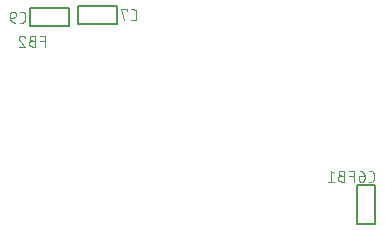
<source format=gbo>
G04 EAGLE Gerber RS-274X export*
G75*
%MOMM*%
%FSLAX34Y34*%
%LPD*%
%INSilkscreen Bottom*%
%IPPOS*%
%AMOC8*
5,1,8,0,0,1.08239X$1,22.5*%
G01*
%ADD10C,0.127000*%
%ADD11C,0.101600*%


D10*
X593408Y240665D02*
X593408Y273685D01*
X578168Y273685D01*
X578168Y272415D01*
X578168Y240665D01*
X593408Y240665D01*
D11*
X589915Y276098D02*
X587883Y276098D01*
X589915Y276098D02*
X590004Y276100D01*
X590092Y276106D01*
X590180Y276115D01*
X590268Y276129D01*
X590355Y276146D01*
X590441Y276167D01*
X590526Y276192D01*
X590610Y276221D01*
X590693Y276253D01*
X590774Y276288D01*
X590853Y276328D01*
X590931Y276370D01*
X591007Y276416D01*
X591081Y276465D01*
X591152Y276518D01*
X591221Y276573D01*
X591288Y276632D01*
X591352Y276693D01*
X591413Y276757D01*
X591472Y276824D01*
X591527Y276893D01*
X591580Y276964D01*
X591629Y277038D01*
X591675Y277114D01*
X591717Y277192D01*
X591757Y277271D01*
X591792Y277352D01*
X591824Y277435D01*
X591853Y277519D01*
X591878Y277604D01*
X591899Y277690D01*
X591916Y277777D01*
X591930Y277865D01*
X591939Y277953D01*
X591945Y278041D01*
X591947Y278130D01*
X591947Y283210D01*
X591945Y283299D01*
X591939Y283387D01*
X591930Y283475D01*
X591916Y283563D01*
X591899Y283650D01*
X591878Y283736D01*
X591853Y283821D01*
X591824Y283905D01*
X591792Y283988D01*
X591757Y284069D01*
X591717Y284148D01*
X591675Y284226D01*
X591629Y284302D01*
X591580Y284376D01*
X591527Y284447D01*
X591472Y284516D01*
X591413Y284583D01*
X591352Y284647D01*
X591288Y284708D01*
X591221Y284767D01*
X591152Y284822D01*
X591081Y284875D01*
X591007Y284924D01*
X590931Y284970D01*
X590853Y285012D01*
X590774Y285052D01*
X590693Y285087D01*
X590610Y285119D01*
X590526Y285148D01*
X590441Y285173D01*
X590355Y285194D01*
X590268Y285211D01*
X590180Y285225D01*
X590092Y285234D01*
X590004Y285240D01*
X589915Y285242D01*
X587883Y285242D01*
X584297Y281178D02*
X581249Y281178D01*
X581160Y281176D01*
X581072Y281170D01*
X580984Y281161D01*
X580896Y281147D01*
X580809Y281130D01*
X580723Y281109D01*
X580638Y281084D01*
X580554Y281055D01*
X580471Y281023D01*
X580390Y280988D01*
X580311Y280948D01*
X580233Y280906D01*
X580157Y280860D01*
X580083Y280811D01*
X580012Y280758D01*
X579943Y280703D01*
X579876Y280644D01*
X579812Y280583D01*
X579751Y280519D01*
X579692Y280452D01*
X579637Y280383D01*
X579584Y280312D01*
X579535Y280238D01*
X579489Y280162D01*
X579447Y280084D01*
X579407Y280005D01*
X579372Y279924D01*
X579340Y279841D01*
X579311Y279757D01*
X579286Y279672D01*
X579265Y279586D01*
X579248Y279499D01*
X579234Y279411D01*
X579225Y279323D01*
X579219Y279235D01*
X579217Y279146D01*
X579217Y278638D01*
X579219Y278538D01*
X579225Y278439D01*
X579235Y278339D01*
X579248Y278241D01*
X579266Y278142D01*
X579287Y278045D01*
X579312Y277949D01*
X579341Y277853D01*
X579374Y277759D01*
X579410Y277666D01*
X579450Y277575D01*
X579494Y277485D01*
X579541Y277397D01*
X579591Y277311D01*
X579645Y277227D01*
X579702Y277145D01*
X579762Y277066D01*
X579826Y276988D01*
X579892Y276914D01*
X579961Y276842D01*
X580033Y276773D01*
X580107Y276707D01*
X580185Y276643D01*
X580264Y276583D01*
X580346Y276526D01*
X580430Y276472D01*
X580516Y276422D01*
X580604Y276375D01*
X580694Y276331D01*
X580785Y276291D01*
X580878Y276255D01*
X580972Y276222D01*
X581068Y276193D01*
X581164Y276168D01*
X581261Y276147D01*
X581360Y276129D01*
X581458Y276116D01*
X581558Y276106D01*
X581657Y276100D01*
X581757Y276098D01*
X581857Y276100D01*
X581956Y276106D01*
X582056Y276116D01*
X582154Y276129D01*
X582253Y276147D01*
X582350Y276168D01*
X582446Y276193D01*
X582542Y276222D01*
X582636Y276255D01*
X582729Y276291D01*
X582820Y276331D01*
X582910Y276375D01*
X582998Y276422D01*
X583084Y276472D01*
X583168Y276526D01*
X583250Y276583D01*
X583329Y276643D01*
X583407Y276707D01*
X583481Y276773D01*
X583553Y276842D01*
X583622Y276914D01*
X583688Y276988D01*
X583752Y277066D01*
X583812Y277145D01*
X583869Y277227D01*
X583923Y277311D01*
X583973Y277397D01*
X584020Y277485D01*
X584064Y277575D01*
X584104Y277666D01*
X584140Y277759D01*
X584173Y277853D01*
X584202Y277949D01*
X584227Y278045D01*
X584248Y278142D01*
X584266Y278241D01*
X584279Y278339D01*
X584289Y278439D01*
X584295Y278538D01*
X584297Y278638D01*
X584297Y281178D01*
X584295Y281303D01*
X584289Y281428D01*
X584280Y281553D01*
X584266Y281677D01*
X584249Y281801D01*
X584228Y281925D01*
X584203Y282047D01*
X584174Y282169D01*
X584142Y282290D01*
X584106Y282410D01*
X584066Y282529D01*
X584023Y282646D01*
X583976Y282762D01*
X583925Y282877D01*
X583871Y282989D01*
X583813Y283101D01*
X583753Y283210D01*
X583688Y283317D01*
X583621Y283423D01*
X583550Y283526D01*
X583476Y283627D01*
X583399Y283726D01*
X583319Y283822D01*
X583236Y283916D01*
X583151Y284007D01*
X583062Y284096D01*
X582971Y284181D01*
X582877Y284264D01*
X582781Y284344D01*
X582682Y284421D01*
X582581Y284495D01*
X582478Y284566D01*
X582372Y284633D01*
X582265Y284698D01*
X582156Y284758D01*
X582044Y284816D01*
X581932Y284870D01*
X581817Y284921D01*
X581701Y284968D01*
X581584Y285011D01*
X581465Y285051D01*
X581345Y285087D01*
X581224Y285119D01*
X581102Y285148D01*
X580980Y285173D01*
X580856Y285194D01*
X580732Y285211D01*
X580608Y285225D01*
X580483Y285234D01*
X580358Y285240D01*
X580233Y285242D01*
X575120Y285560D02*
X575120Y276416D01*
X575120Y285560D02*
X571056Y285560D01*
X571056Y281496D02*
X575120Y281496D01*
X567063Y281496D02*
X564523Y281496D01*
X564423Y281494D01*
X564324Y281488D01*
X564224Y281478D01*
X564126Y281465D01*
X564027Y281447D01*
X563930Y281426D01*
X563834Y281401D01*
X563738Y281372D01*
X563644Y281339D01*
X563551Y281303D01*
X563460Y281263D01*
X563370Y281219D01*
X563282Y281172D01*
X563196Y281122D01*
X563112Y281068D01*
X563030Y281011D01*
X562951Y280951D01*
X562873Y280887D01*
X562799Y280821D01*
X562727Y280752D01*
X562658Y280680D01*
X562592Y280606D01*
X562528Y280528D01*
X562468Y280449D01*
X562411Y280367D01*
X562357Y280283D01*
X562307Y280197D01*
X562260Y280109D01*
X562216Y280019D01*
X562176Y279928D01*
X562140Y279835D01*
X562107Y279741D01*
X562078Y279645D01*
X562053Y279549D01*
X562032Y279452D01*
X562014Y279353D01*
X562001Y279255D01*
X561991Y279155D01*
X561985Y279056D01*
X561983Y278956D01*
X561985Y278856D01*
X561991Y278757D01*
X562001Y278657D01*
X562014Y278559D01*
X562032Y278460D01*
X562053Y278363D01*
X562078Y278267D01*
X562107Y278171D01*
X562140Y278077D01*
X562176Y277984D01*
X562216Y277893D01*
X562260Y277803D01*
X562307Y277715D01*
X562357Y277629D01*
X562411Y277545D01*
X562468Y277463D01*
X562528Y277384D01*
X562592Y277306D01*
X562658Y277232D01*
X562727Y277160D01*
X562799Y277091D01*
X562873Y277025D01*
X562951Y276961D01*
X563030Y276901D01*
X563112Y276844D01*
X563196Y276790D01*
X563282Y276740D01*
X563370Y276693D01*
X563460Y276649D01*
X563551Y276609D01*
X563644Y276573D01*
X563738Y276540D01*
X563834Y276511D01*
X563930Y276486D01*
X564027Y276465D01*
X564126Y276447D01*
X564224Y276434D01*
X564324Y276424D01*
X564423Y276418D01*
X564523Y276416D01*
X567063Y276416D01*
X567063Y285560D01*
X564523Y285560D01*
X564434Y285558D01*
X564346Y285552D01*
X564258Y285543D01*
X564170Y285529D01*
X564083Y285512D01*
X563997Y285491D01*
X563912Y285466D01*
X563828Y285437D01*
X563745Y285405D01*
X563664Y285370D01*
X563585Y285330D01*
X563507Y285288D01*
X563431Y285242D01*
X563357Y285193D01*
X563286Y285140D01*
X563217Y285085D01*
X563150Y285026D01*
X563086Y284965D01*
X563025Y284901D01*
X562966Y284834D01*
X562911Y284765D01*
X562858Y284694D01*
X562809Y284620D01*
X562763Y284544D01*
X562721Y284466D01*
X562681Y284387D01*
X562646Y284306D01*
X562614Y284223D01*
X562585Y284139D01*
X562560Y284054D01*
X562539Y283968D01*
X562522Y283881D01*
X562508Y283793D01*
X562499Y283705D01*
X562493Y283617D01*
X562491Y283528D01*
X562493Y283439D01*
X562499Y283351D01*
X562508Y283263D01*
X562522Y283175D01*
X562539Y283088D01*
X562560Y283002D01*
X562585Y282917D01*
X562614Y282833D01*
X562646Y282750D01*
X562681Y282669D01*
X562721Y282590D01*
X562763Y282512D01*
X562809Y282436D01*
X562858Y282362D01*
X562911Y282291D01*
X562966Y282222D01*
X563025Y282155D01*
X563086Y282091D01*
X563150Y282030D01*
X563217Y281971D01*
X563286Y281916D01*
X563357Y281863D01*
X563431Y281814D01*
X563507Y281768D01*
X563585Y281726D01*
X563664Y281686D01*
X563745Y281651D01*
X563828Y281619D01*
X563912Y281590D01*
X563997Y281565D01*
X564083Y281544D01*
X564170Y281527D01*
X564258Y281513D01*
X564346Y281504D01*
X564434Y281498D01*
X564523Y281496D01*
X558376Y283528D02*
X555836Y285560D01*
X555836Y276416D01*
X558376Y276416D02*
X553296Y276416D01*
D10*
X374650Y409575D02*
X341630Y409575D01*
X374650Y409575D02*
X374650Y424815D01*
X373380Y424815D01*
X341630Y424815D01*
X341630Y409575D01*
D11*
X386906Y412941D02*
X388938Y412941D01*
X389027Y412943D01*
X389115Y412949D01*
X389203Y412958D01*
X389291Y412972D01*
X389378Y412989D01*
X389464Y413010D01*
X389549Y413035D01*
X389633Y413064D01*
X389716Y413096D01*
X389797Y413131D01*
X389876Y413171D01*
X389954Y413213D01*
X390030Y413259D01*
X390104Y413308D01*
X390175Y413361D01*
X390244Y413416D01*
X390311Y413475D01*
X390375Y413536D01*
X390436Y413600D01*
X390495Y413667D01*
X390550Y413736D01*
X390603Y413807D01*
X390652Y413881D01*
X390698Y413957D01*
X390740Y414035D01*
X390780Y414114D01*
X390815Y414195D01*
X390847Y414278D01*
X390876Y414362D01*
X390901Y414447D01*
X390922Y414533D01*
X390939Y414620D01*
X390953Y414708D01*
X390962Y414796D01*
X390968Y414884D01*
X390970Y414973D01*
X390970Y420053D01*
X390968Y420142D01*
X390962Y420230D01*
X390953Y420318D01*
X390939Y420406D01*
X390922Y420493D01*
X390901Y420579D01*
X390876Y420664D01*
X390847Y420748D01*
X390815Y420831D01*
X390780Y420912D01*
X390740Y420991D01*
X390698Y421069D01*
X390652Y421145D01*
X390603Y421219D01*
X390550Y421290D01*
X390495Y421359D01*
X390436Y421426D01*
X390375Y421490D01*
X390311Y421551D01*
X390244Y421610D01*
X390175Y421665D01*
X390104Y421718D01*
X390030Y421767D01*
X389954Y421813D01*
X389876Y421855D01*
X389797Y421895D01*
X389716Y421930D01*
X389633Y421962D01*
X389549Y421991D01*
X389464Y422016D01*
X389378Y422037D01*
X389291Y422054D01*
X389203Y422068D01*
X389115Y422077D01*
X389027Y422083D01*
X388938Y422085D01*
X386906Y422085D01*
X383320Y422085D02*
X383320Y421069D01*
X383320Y422085D02*
X378240Y422085D01*
X380780Y412941D01*
X313479Y399860D02*
X313479Y390716D01*
X313479Y399860D02*
X309415Y399860D01*
X309415Y395796D02*
X313479Y395796D01*
X305422Y395796D02*
X302882Y395796D01*
X302782Y395794D01*
X302683Y395788D01*
X302583Y395778D01*
X302485Y395765D01*
X302386Y395747D01*
X302289Y395726D01*
X302193Y395701D01*
X302097Y395672D01*
X302003Y395639D01*
X301910Y395603D01*
X301819Y395563D01*
X301729Y395519D01*
X301641Y395472D01*
X301555Y395422D01*
X301471Y395368D01*
X301389Y395311D01*
X301310Y395251D01*
X301232Y395187D01*
X301158Y395121D01*
X301086Y395052D01*
X301017Y394980D01*
X300951Y394906D01*
X300887Y394828D01*
X300827Y394749D01*
X300770Y394667D01*
X300716Y394583D01*
X300666Y394497D01*
X300619Y394409D01*
X300575Y394319D01*
X300535Y394228D01*
X300499Y394135D01*
X300466Y394041D01*
X300437Y393945D01*
X300412Y393849D01*
X300391Y393752D01*
X300373Y393653D01*
X300360Y393555D01*
X300350Y393455D01*
X300344Y393356D01*
X300342Y393256D01*
X300344Y393156D01*
X300350Y393057D01*
X300360Y392957D01*
X300373Y392859D01*
X300391Y392760D01*
X300412Y392663D01*
X300437Y392567D01*
X300466Y392471D01*
X300499Y392377D01*
X300535Y392284D01*
X300575Y392193D01*
X300619Y392103D01*
X300666Y392015D01*
X300716Y391929D01*
X300770Y391845D01*
X300827Y391763D01*
X300887Y391684D01*
X300951Y391606D01*
X301017Y391532D01*
X301086Y391460D01*
X301158Y391391D01*
X301232Y391325D01*
X301310Y391261D01*
X301389Y391201D01*
X301471Y391144D01*
X301555Y391090D01*
X301641Y391040D01*
X301729Y390993D01*
X301819Y390949D01*
X301910Y390909D01*
X302003Y390873D01*
X302097Y390840D01*
X302193Y390811D01*
X302289Y390786D01*
X302386Y390765D01*
X302485Y390747D01*
X302583Y390734D01*
X302683Y390724D01*
X302782Y390718D01*
X302882Y390716D01*
X305422Y390716D01*
X305422Y399860D01*
X302882Y399860D01*
X302793Y399858D01*
X302705Y399852D01*
X302617Y399843D01*
X302529Y399829D01*
X302442Y399812D01*
X302356Y399791D01*
X302271Y399766D01*
X302187Y399737D01*
X302104Y399705D01*
X302023Y399670D01*
X301944Y399630D01*
X301866Y399588D01*
X301790Y399542D01*
X301716Y399493D01*
X301645Y399440D01*
X301576Y399385D01*
X301509Y399326D01*
X301445Y399265D01*
X301384Y399201D01*
X301325Y399134D01*
X301270Y399065D01*
X301217Y398994D01*
X301168Y398920D01*
X301122Y398844D01*
X301080Y398766D01*
X301040Y398687D01*
X301005Y398606D01*
X300973Y398523D01*
X300944Y398439D01*
X300919Y398354D01*
X300898Y398268D01*
X300881Y398181D01*
X300867Y398093D01*
X300858Y398005D01*
X300852Y397917D01*
X300850Y397828D01*
X300852Y397739D01*
X300858Y397651D01*
X300867Y397563D01*
X300881Y397475D01*
X300898Y397388D01*
X300919Y397302D01*
X300944Y397217D01*
X300973Y397133D01*
X301005Y397050D01*
X301040Y396969D01*
X301080Y396890D01*
X301122Y396812D01*
X301168Y396736D01*
X301217Y396662D01*
X301270Y396591D01*
X301325Y396522D01*
X301384Y396455D01*
X301445Y396391D01*
X301509Y396330D01*
X301576Y396271D01*
X301645Y396216D01*
X301716Y396163D01*
X301790Y396114D01*
X301866Y396068D01*
X301944Y396026D01*
X302023Y395986D01*
X302104Y395951D01*
X302187Y395919D01*
X302271Y395890D01*
X302356Y395865D01*
X302442Y395844D01*
X302529Y395827D01*
X302617Y395813D01*
X302705Y395804D01*
X302793Y395798D01*
X302882Y395796D01*
X293942Y399860D02*
X293848Y399858D01*
X293753Y399852D01*
X293659Y399842D01*
X293566Y399829D01*
X293473Y399811D01*
X293381Y399790D01*
X293290Y399765D01*
X293200Y399736D01*
X293111Y399704D01*
X293024Y399667D01*
X292938Y399628D01*
X292854Y399584D01*
X292772Y399538D01*
X292692Y399488D01*
X292614Y399434D01*
X292538Y399378D01*
X292465Y399318D01*
X292394Y399256D01*
X292326Y399190D01*
X292260Y399122D01*
X292198Y399051D01*
X292138Y398978D01*
X292082Y398902D01*
X292028Y398824D01*
X291978Y398744D01*
X291932Y398662D01*
X291888Y398578D01*
X291849Y398492D01*
X291812Y398405D01*
X291780Y398316D01*
X291751Y398226D01*
X291726Y398135D01*
X291705Y398043D01*
X291687Y397950D01*
X291674Y397857D01*
X291664Y397763D01*
X291658Y397668D01*
X291656Y397574D01*
X293942Y399860D02*
X294048Y399858D01*
X294153Y399852D01*
X294258Y399843D01*
X294363Y399830D01*
X294467Y399813D01*
X294570Y399792D01*
X294673Y399768D01*
X294775Y399739D01*
X294875Y399708D01*
X294975Y399672D01*
X295073Y399634D01*
X295169Y399591D01*
X295265Y399545D01*
X295358Y399496D01*
X295449Y399444D01*
X295539Y399388D01*
X295627Y399329D01*
X295712Y399267D01*
X295795Y399202D01*
X295876Y399134D01*
X295954Y399063D01*
X296029Y398989D01*
X296102Y398913D01*
X296172Y398834D01*
X296239Y398753D01*
X296304Y398669D01*
X296365Y398583D01*
X296423Y398495D01*
X296478Y398405D01*
X296529Y398313D01*
X296578Y398219D01*
X296623Y398123D01*
X296664Y398026D01*
X296702Y397928D01*
X296736Y397828D01*
X292418Y395796D02*
X292351Y395863D01*
X292286Y395932D01*
X292224Y396004D01*
X292165Y396077D01*
X292109Y396154D01*
X292055Y396232D01*
X292005Y396312D01*
X291958Y396394D01*
X291914Y396478D01*
X291874Y396564D01*
X291836Y396651D01*
X291802Y396739D01*
X291772Y396829D01*
X291745Y396919D01*
X291721Y397011D01*
X291701Y397104D01*
X291685Y397197D01*
X291672Y397291D01*
X291663Y397385D01*
X291658Y397479D01*
X291656Y397574D01*
X292418Y395796D02*
X296736Y390716D01*
X291656Y390716D01*
D10*
X300990Y408305D02*
X334010Y408305D01*
X334010Y423545D01*
X332740Y423545D01*
X300990Y423545D01*
X300990Y408305D01*
D11*
X294640Y411036D02*
X292608Y411036D01*
X294640Y411036D02*
X294729Y411038D01*
X294817Y411044D01*
X294905Y411053D01*
X294993Y411067D01*
X295080Y411084D01*
X295166Y411105D01*
X295251Y411130D01*
X295335Y411159D01*
X295418Y411191D01*
X295499Y411226D01*
X295578Y411266D01*
X295656Y411308D01*
X295732Y411354D01*
X295806Y411403D01*
X295877Y411456D01*
X295946Y411511D01*
X296013Y411570D01*
X296077Y411631D01*
X296138Y411695D01*
X296197Y411762D01*
X296252Y411831D01*
X296305Y411902D01*
X296354Y411976D01*
X296400Y412052D01*
X296442Y412130D01*
X296482Y412209D01*
X296517Y412290D01*
X296549Y412373D01*
X296578Y412457D01*
X296603Y412542D01*
X296624Y412628D01*
X296641Y412715D01*
X296655Y412803D01*
X296664Y412891D01*
X296670Y412979D01*
X296672Y413068D01*
X296672Y418148D01*
X296670Y418237D01*
X296664Y418325D01*
X296655Y418413D01*
X296641Y418501D01*
X296624Y418588D01*
X296603Y418674D01*
X296578Y418759D01*
X296549Y418843D01*
X296517Y418926D01*
X296482Y419007D01*
X296442Y419086D01*
X296400Y419164D01*
X296354Y419240D01*
X296305Y419314D01*
X296252Y419385D01*
X296197Y419454D01*
X296138Y419521D01*
X296077Y419585D01*
X296013Y419646D01*
X295946Y419705D01*
X295877Y419760D01*
X295806Y419813D01*
X295732Y419862D01*
X295656Y419908D01*
X295578Y419950D01*
X295499Y419990D01*
X295418Y420025D01*
X295335Y420057D01*
X295251Y420086D01*
X295166Y420111D01*
X295080Y420132D01*
X294993Y420149D01*
X294905Y420163D01*
X294817Y420172D01*
X294729Y420178D01*
X294640Y420180D01*
X292608Y420180D01*
X286990Y415100D02*
X283942Y415100D01*
X286990Y415100D02*
X287079Y415102D01*
X287167Y415108D01*
X287255Y415117D01*
X287343Y415131D01*
X287430Y415148D01*
X287516Y415169D01*
X287601Y415194D01*
X287685Y415223D01*
X287768Y415255D01*
X287849Y415290D01*
X287928Y415330D01*
X288006Y415372D01*
X288082Y415418D01*
X288156Y415467D01*
X288227Y415520D01*
X288296Y415575D01*
X288363Y415634D01*
X288427Y415695D01*
X288488Y415759D01*
X288547Y415826D01*
X288602Y415895D01*
X288655Y415966D01*
X288704Y416040D01*
X288750Y416116D01*
X288792Y416194D01*
X288832Y416273D01*
X288867Y416354D01*
X288899Y416437D01*
X288928Y416521D01*
X288953Y416606D01*
X288974Y416692D01*
X288991Y416779D01*
X289005Y416867D01*
X289014Y416955D01*
X289020Y417043D01*
X289022Y417132D01*
X289022Y417640D01*
X289020Y417740D01*
X289014Y417839D01*
X289004Y417939D01*
X288991Y418037D01*
X288973Y418136D01*
X288952Y418233D01*
X288927Y418329D01*
X288898Y418425D01*
X288865Y418519D01*
X288829Y418612D01*
X288789Y418703D01*
X288745Y418793D01*
X288698Y418881D01*
X288648Y418967D01*
X288594Y419051D01*
X288537Y419133D01*
X288477Y419212D01*
X288413Y419290D01*
X288347Y419364D01*
X288278Y419436D01*
X288206Y419505D01*
X288132Y419571D01*
X288054Y419635D01*
X287975Y419695D01*
X287893Y419752D01*
X287809Y419806D01*
X287723Y419856D01*
X287635Y419903D01*
X287545Y419947D01*
X287454Y419987D01*
X287361Y420023D01*
X287267Y420056D01*
X287171Y420085D01*
X287075Y420110D01*
X286978Y420131D01*
X286879Y420149D01*
X286781Y420162D01*
X286681Y420172D01*
X286582Y420178D01*
X286482Y420180D01*
X286382Y420178D01*
X286283Y420172D01*
X286183Y420162D01*
X286085Y420149D01*
X285986Y420131D01*
X285889Y420110D01*
X285793Y420085D01*
X285697Y420056D01*
X285603Y420023D01*
X285510Y419987D01*
X285419Y419947D01*
X285329Y419903D01*
X285241Y419856D01*
X285155Y419806D01*
X285071Y419752D01*
X284989Y419695D01*
X284910Y419635D01*
X284832Y419571D01*
X284758Y419505D01*
X284686Y419436D01*
X284617Y419364D01*
X284551Y419290D01*
X284487Y419212D01*
X284427Y419133D01*
X284370Y419051D01*
X284316Y418967D01*
X284266Y418881D01*
X284219Y418793D01*
X284175Y418703D01*
X284135Y418612D01*
X284099Y418519D01*
X284066Y418425D01*
X284037Y418329D01*
X284012Y418233D01*
X283991Y418136D01*
X283973Y418037D01*
X283960Y417939D01*
X283950Y417839D01*
X283944Y417740D01*
X283942Y417640D01*
X283942Y415100D01*
X283944Y414975D01*
X283950Y414850D01*
X283959Y414725D01*
X283973Y414601D01*
X283990Y414477D01*
X284011Y414353D01*
X284036Y414231D01*
X284065Y414109D01*
X284097Y413988D01*
X284133Y413868D01*
X284173Y413749D01*
X284216Y413632D01*
X284263Y413516D01*
X284314Y413401D01*
X284368Y413289D01*
X284426Y413177D01*
X284486Y413068D01*
X284551Y412961D01*
X284618Y412855D01*
X284689Y412752D01*
X284763Y412651D01*
X284840Y412552D01*
X284920Y412456D01*
X285003Y412362D01*
X285088Y412271D01*
X285177Y412182D01*
X285268Y412097D01*
X285362Y412014D01*
X285458Y411934D01*
X285557Y411857D01*
X285658Y411783D01*
X285761Y411712D01*
X285867Y411645D01*
X285974Y411580D01*
X286083Y411520D01*
X286195Y411462D01*
X286307Y411408D01*
X286422Y411357D01*
X286538Y411310D01*
X286655Y411267D01*
X286774Y411227D01*
X286894Y411191D01*
X287015Y411159D01*
X287137Y411130D01*
X287259Y411105D01*
X287383Y411084D01*
X287507Y411067D01*
X287631Y411053D01*
X287756Y411044D01*
X287881Y411038D01*
X288006Y411036D01*
M02*

</source>
